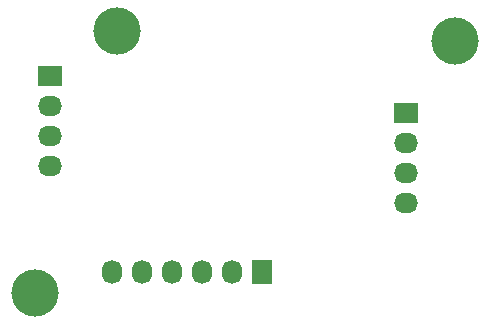
<source format=gbr>
G04 #@! TF.FileFunction,Soldermask,Bot*
%FSLAX46Y46*%
G04 Gerber Fmt 4.6, Leading zero omitted, Abs format (unit mm)*
G04 Created by KiCad (PCBNEW (2015-07-31 BZR 6030)-product) date Fri Sep 11 12:39:47 2015*
%MOMM*%
G01*
G04 APERTURE LIST*
%ADD10C,0.100000*%
%ADD11C,4.000000*%
%ADD12R,1.727200X2.032000*%
%ADD13O,1.727200X2.032000*%
%ADD14R,2.032000X1.727200*%
%ADD15O,2.032000X1.727200*%
G04 APERTURE END LIST*
D10*
D11*
X144322800Y-103174800D03*
X179882800Y-81838800D03*
D12*
X163474400Y-101396800D03*
D13*
X160934400Y-101396800D03*
X158394400Y-101396800D03*
X155854400Y-101396800D03*
X153314400Y-101396800D03*
X150774400Y-101396800D03*
D14*
X145542000Y-84836000D03*
D15*
X145542000Y-87376000D03*
X145542000Y-89916000D03*
X145542000Y-92456000D03*
D14*
X175666400Y-87934800D03*
D15*
X175666400Y-90474800D03*
X175666400Y-93014800D03*
X175666400Y-95554800D03*
D11*
X151231600Y-81026000D03*
M02*

</source>
